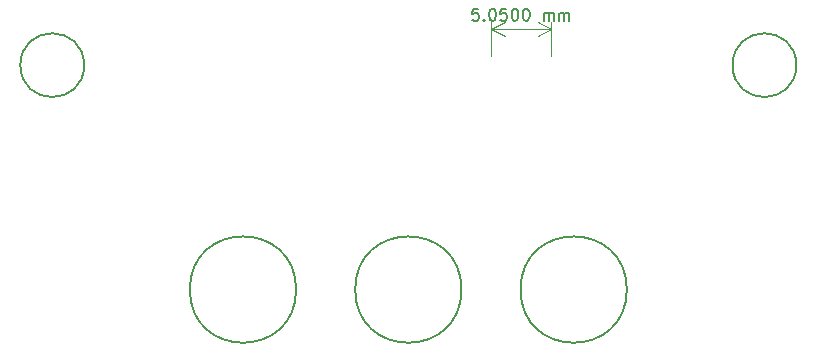
<source format=gbr>
%TF.GenerationSoftware,KiCad,Pcbnew,7.0.5*%
%TF.CreationDate,2024-03-24T10:35:58-05:00*%
%TF.ProjectId,plate,706c6174-652e-46b6-9963-61645f706362,REV1*%
%TF.SameCoordinates,Original*%
%TF.FileFunction,Other,Comment*%
%FSLAX46Y46*%
G04 Gerber Fmt 4.6, Leading zero omitted, Abs format (unit mm)*
G04 Created by KiCad (PCBNEW 7.0.5) date 2024-03-24 10:35:58*
%MOMM*%
%LPD*%
G01*
G04 APERTURE LIST*
%ADD10C,0.150000*%
%ADD11C,0.100000*%
G04 APERTURE END LIST*
D10*
X5925952Y4765181D02*
X5449762Y4765181D01*
X5449762Y4765181D02*
X5402143Y4288991D01*
X5402143Y4288991D02*
X5449762Y4336610D01*
X5449762Y4336610D02*
X5545000Y4384229D01*
X5545000Y4384229D02*
X5783095Y4384229D01*
X5783095Y4384229D02*
X5878333Y4336610D01*
X5878333Y4336610D02*
X5925952Y4288991D01*
X5925952Y4288991D02*
X5973571Y4193753D01*
X5973571Y4193753D02*
X5973571Y3955658D01*
X5973571Y3955658D02*
X5925952Y3860420D01*
X5925952Y3860420D02*
X5878333Y3812800D01*
X5878333Y3812800D02*
X5783095Y3765181D01*
X5783095Y3765181D02*
X5545000Y3765181D01*
X5545000Y3765181D02*
X5449762Y3812800D01*
X5449762Y3812800D02*
X5402143Y3860420D01*
X6402143Y3860420D02*
X6449762Y3812800D01*
X6449762Y3812800D02*
X6402143Y3765181D01*
X6402143Y3765181D02*
X6354524Y3812800D01*
X6354524Y3812800D02*
X6402143Y3860420D01*
X6402143Y3860420D02*
X6402143Y3765181D01*
X7068809Y4765181D02*
X7164047Y4765181D01*
X7164047Y4765181D02*
X7259285Y4717562D01*
X7259285Y4717562D02*
X7306904Y4669943D01*
X7306904Y4669943D02*
X7354523Y4574705D01*
X7354523Y4574705D02*
X7402142Y4384229D01*
X7402142Y4384229D02*
X7402142Y4146134D01*
X7402142Y4146134D02*
X7354523Y3955658D01*
X7354523Y3955658D02*
X7306904Y3860420D01*
X7306904Y3860420D02*
X7259285Y3812800D01*
X7259285Y3812800D02*
X7164047Y3765181D01*
X7164047Y3765181D02*
X7068809Y3765181D01*
X7068809Y3765181D02*
X6973571Y3812800D01*
X6973571Y3812800D02*
X6925952Y3860420D01*
X6925952Y3860420D02*
X6878333Y3955658D01*
X6878333Y3955658D02*
X6830714Y4146134D01*
X6830714Y4146134D02*
X6830714Y4384229D01*
X6830714Y4384229D02*
X6878333Y4574705D01*
X6878333Y4574705D02*
X6925952Y4669943D01*
X6925952Y4669943D02*
X6973571Y4717562D01*
X6973571Y4717562D02*
X7068809Y4765181D01*
X8306904Y4765181D02*
X7830714Y4765181D01*
X7830714Y4765181D02*
X7783095Y4288991D01*
X7783095Y4288991D02*
X7830714Y4336610D01*
X7830714Y4336610D02*
X7925952Y4384229D01*
X7925952Y4384229D02*
X8164047Y4384229D01*
X8164047Y4384229D02*
X8259285Y4336610D01*
X8259285Y4336610D02*
X8306904Y4288991D01*
X8306904Y4288991D02*
X8354523Y4193753D01*
X8354523Y4193753D02*
X8354523Y3955658D01*
X8354523Y3955658D02*
X8306904Y3860420D01*
X8306904Y3860420D02*
X8259285Y3812800D01*
X8259285Y3812800D02*
X8164047Y3765181D01*
X8164047Y3765181D02*
X7925952Y3765181D01*
X7925952Y3765181D02*
X7830714Y3812800D01*
X7830714Y3812800D02*
X7783095Y3860420D01*
X8973571Y4765181D02*
X9068809Y4765181D01*
X9068809Y4765181D02*
X9164047Y4717562D01*
X9164047Y4717562D02*
X9211666Y4669943D01*
X9211666Y4669943D02*
X9259285Y4574705D01*
X9259285Y4574705D02*
X9306904Y4384229D01*
X9306904Y4384229D02*
X9306904Y4146134D01*
X9306904Y4146134D02*
X9259285Y3955658D01*
X9259285Y3955658D02*
X9211666Y3860420D01*
X9211666Y3860420D02*
X9164047Y3812800D01*
X9164047Y3812800D02*
X9068809Y3765181D01*
X9068809Y3765181D02*
X8973571Y3765181D01*
X8973571Y3765181D02*
X8878333Y3812800D01*
X8878333Y3812800D02*
X8830714Y3860420D01*
X8830714Y3860420D02*
X8783095Y3955658D01*
X8783095Y3955658D02*
X8735476Y4146134D01*
X8735476Y4146134D02*
X8735476Y4384229D01*
X8735476Y4384229D02*
X8783095Y4574705D01*
X8783095Y4574705D02*
X8830714Y4669943D01*
X8830714Y4669943D02*
X8878333Y4717562D01*
X8878333Y4717562D02*
X8973571Y4765181D01*
X9925952Y4765181D02*
X10021190Y4765181D01*
X10021190Y4765181D02*
X10116428Y4717562D01*
X10116428Y4717562D02*
X10164047Y4669943D01*
X10164047Y4669943D02*
X10211666Y4574705D01*
X10211666Y4574705D02*
X10259285Y4384229D01*
X10259285Y4384229D02*
X10259285Y4146134D01*
X10259285Y4146134D02*
X10211666Y3955658D01*
X10211666Y3955658D02*
X10164047Y3860420D01*
X10164047Y3860420D02*
X10116428Y3812800D01*
X10116428Y3812800D02*
X10021190Y3765181D01*
X10021190Y3765181D02*
X9925952Y3765181D01*
X9925952Y3765181D02*
X9830714Y3812800D01*
X9830714Y3812800D02*
X9783095Y3860420D01*
X9783095Y3860420D02*
X9735476Y3955658D01*
X9735476Y3955658D02*
X9687857Y4146134D01*
X9687857Y4146134D02*
X9687857Y4384229D01*
X9687857Y4384229D02*
X9735476Y4574705D01*
X9735476Y4574705D02*
X9783095Y4669943D01*
X9783095Y4669943D02*
X9830714Y4717562D01*
X9830714Y4717562D02*
X9925952Y4765181D01*
X11449762Y3765181D02*
X11449762Y4431848D01*
X11449762Y4336610D02*
X11497381Y4384229D01*
X11497381Y4384229D02*
X11592619Y4431848D01*
X11592619Y4431848D02*
X11735476Y4431848D01*
X11735476Y4431848D02*
X11830714Y4384229D01*
X11830714Y4384229D02*
X11878333Y4288991D01*
X11878333Y4288991D02*
X11878333Y3765181D01*
X11878333Y4288991D02*
X11925952Y4384229D01*
X11925952Y4384229D02*
X12021190Y4431848D01*
X12021190Y4431848D02*
X12164047Y4431848D01*
X12164047Y4431848D02*
X12259286Y4384229D01*
X12259286Y4384229D02*
X12306905Y4288991D01*
X12306905Y4288991D02*
X12306905Y3765181D01*
X12783095Y3765181D02*
X12783095Y4431848D01*
X12783095Y4336610D02*
X12830714Y4384229D01*
X12830714Y4384229D02*
X12925952Y4431848D01*
X12925952Y4431848D02*
X13068809Y4431848D01*
X13068809Y4431848D02*
X13164047Y4384229D01*
X13164047Y4384229D02*
X13211666Y4288991D01*
X13211666Y4288991D02*
X13211666Y3765181D01*
X13211666Y4288991D02*
X13259285Y4384229D01*
X13259285Y4384229D02*
X13354523Y4431848D01*
X13354523Y4431848D02*
X13497380Y4431848D01*
X13497380Y4431848D02*
X13592619Y4384229D01*
X13592619Y4384229D02*
X13640238Y4288991D01*
X13640238Y4288991D02*
X13640238Y3765181D01*
D11*
X7020000Y750000D02*
X7020000Y3656420D01*
X12070000Y750000D02*
X12070000Y3656420D01*
X7020000Y3070000D02*
X12070000Y3070000D01*
X7020000Y3070000D02*
X12070000Y3070000D01*
X7020000Y3070000D02*
X8146504Y3656421D01*
X7020000Y3070000D02*
X8146504Y2483579D01*
X12070000Y3070000D02*
X10943496Y2483579D01*
X12070000Y3070000D02*
X10943496Y3656421D01*
D10*
%TO.C,REF\u002A\u002A*%
X4500000Y-19000000D02*
G75*
G03*
X4500000Y-19000000I-4500000J0D01*
G01*
X18500000Y-19000000D02*
G75*
G03*
X18500000Y-19000000I-4500000J0D01*
G01*
X32850000Y0D02*
G75*
G03*
X32850000Y0I-2700000J0D01*
G01*
X-27450000Y0D02*
G75*
G03*
X-27450000Y0I-2700000J0D01*
G01*
X-9500000Y-19000000D02*
G75*
G03*
X-9500000Y-19000000I-4500000J0D01*
G01*
%TD*%
M02*

</source>
